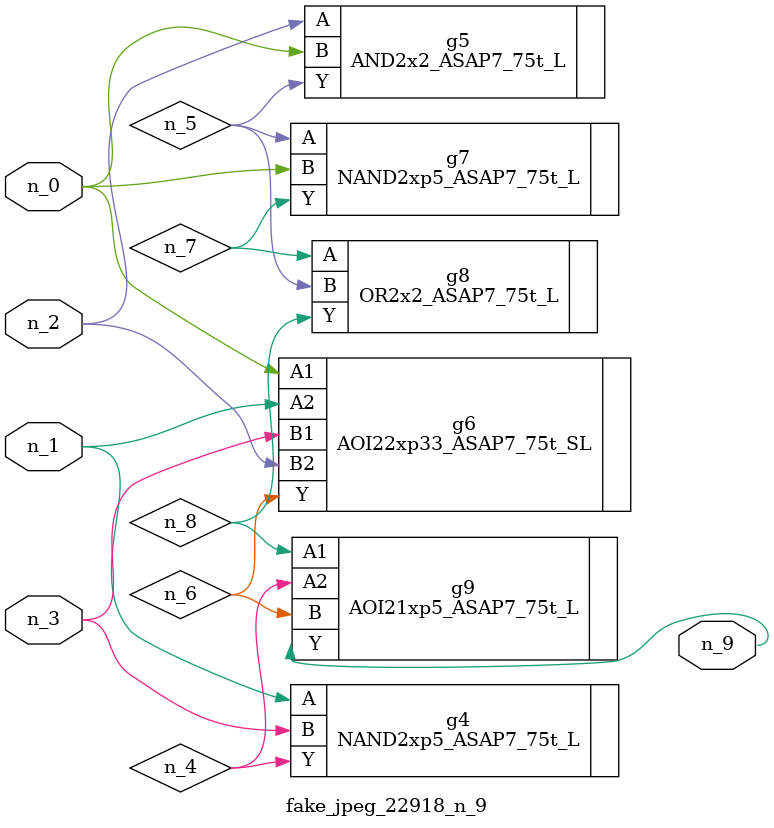
<source format=v>
module fake_jpeg_22918_n_9 (n_0, n_3, n_2, n_1, n_9);

input n_0;
input n_3;
input n_2;
input n_1;

output n_9;

wire n_4;
wire n_8;
wire n_6;
wire n_5;
wire n_7;

NAND2xp5_ASAP7_75t_L g4 ( 
.A(n_1),
.B(n_3),
.Y(n_4)
);

AND2x2_ASAP7_75t_L g5 ( 
.A(n_2),
.B(n_0),
.Y(n_5)
);

AOI22xp33_ASAP7_75t_SL g6 ( 
.A1(n_0),
.A2(n_1),
.B1(n_3),
.B2(n_2),
.Y(n_6)
);

NAND2xp5_ASAP7_75t_L g7 ( 
.A(n_5),
.B(n_0),
.Y(n_7)
);

OR2x2_ASAP7_75t_L g8 ( 
.A(n_7),
.B(n_5),
.Y(n_8)
);

AOI21xp5_ASAP7_75t_L g9 ( 
.A1(n_8),
.A2(n_4),
.B(n_6),
.Y(n_9)
);


endmodule
</source>
